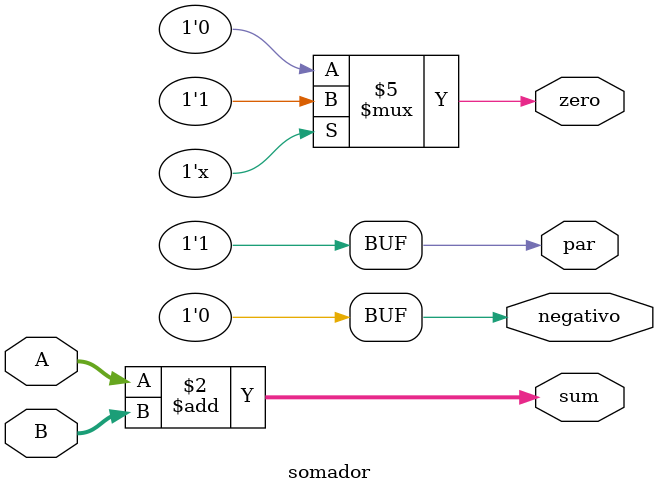
<source format=sv>
parameter BIT = 8;
module somador(
  input logic signed [BIT-1:0] A,B,
  output logic signed [BIT-1:0] sum,
  output logic negativo,par,zero
);
  always_comb begin
    //Faz a soma de forma abstrata, sem a implementação do full adder aqui.
    sum <= A + B;
    
    /*Olha se MSB é 1(negativo usando complemento de 2) ou 0
    (positivo usando complemento de 2).
    */
    if(sum[BIT-1]) negativo <= 1;
    else negativo <= 0;
    
    /*Olha se LSB é 1(impar) ou 0(par).
    */
    if(sum[0]) par <= 0;
    else par <= 1;
    
    /*Olha se o resultado é 0.
    */
    if(!sum) zero <= 1;
    else zero <= 0;
  end
endmodule

</source>
